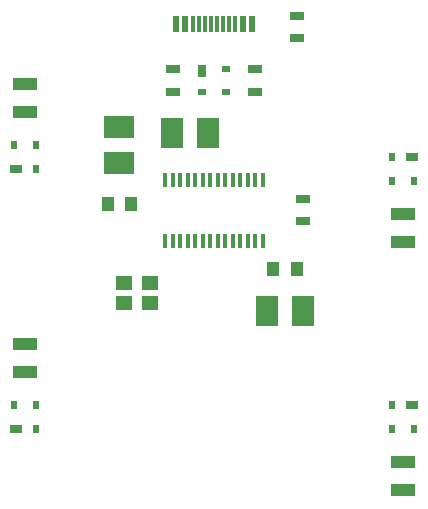
<source format=gtp>
G04 #@! TF.GenerationSoftware,KiCad,Pcbnew,(5.0.2)-1*
G04 #@! TF.CreationDate,2019-03-25T02:21:11-07:00*
G04 #@! TF.ProjectId,Orion,4f72696f-6e2e-46b6-9963-61645f706362,rev?*
G04 #@! TF.SameCoordinates,Original*
G04 #@! TF.FileFunction,Paste,Top*
G04 #@! TF.FilePolarity,Positive*
%FSLAX46Y46*%
G04 Gerber Fmt 4.6, Leading zero omitted, Abs format (unit mm)*
G04 Created by KiCad (PCBNEW (5.0.2)-1) date 3/25/2019 2:21:11 AM*
%MOMM*%
%LPD*%
G01*
G04 APERTURE LIST*
%ADD10R,1.950000X2.500000*%
%ADD11R,1.000000X1.250000*%
%ADD12R,2.500000X1.950000*%
%ADD13R,1.300000X0.700000*%
%ADD14R,0.400000X1.200000*%
%ADD15R,0.300000X1.450000*%
%ADD16R,0.600000X1.450000*%
%ADD17R,1.400000X1.200000*%
%ADD18R,0.700000X0.600000*%
%ADD19R,0.700000X1.000000*%
%ADD20R,2.030000X1.140000*%
%ADD21R,0.600000X0.700000*%
%ADD22R,1.000000X0.700000*%
G04 APERTURE END LIST*
D10*
G04 #@! TO.C,C1*
X84475000Y-72000000D03*
X87525000Y-72000000D03*
G04 #@! TD*
G04 #@! TO.C,C2*
X76475000Y-57000000D03*
X79525000Y-57000000D03*
G04 #@! TD*
D11*
G04 #@! TO.C,C3*
X71000000Y-63000000D03*
X73000000Y-63000000D03*
G04 #@! TD*
G04 #@! TO.C,C4*
X85000000Y-68500000D03*
X87000000Y-68500000D03*
G04 #@! TD*
D12*
G04 #@! TO.C,C5*
X72000000Y-56475000D03*
X72000000Y-59525000D03*
G04 #@! TD*
D13*
G04 #@! TO.C,R1*
X87500000Y-62550000D03*
X87500000Y-64450000D03*
G04 #@! TD*
G04 #@! TO.C,R2*
X76500000Y-53450000D03*
X76500000Y-51550000D03*
G04 #@! TD*
G04 #@! TO.C,R3*
X83500000Y-51550000D03*
X83500000Y-53450000D03*
G04 #@! TD*
D14*
G04 #@! TO.C,U1*
X75872500Y-60900000D03*
X76507500Y-60900000D03*
X77142500Y-60900000D03*
X77777500Y-60900000D03*
X78412500Y-60900000D03*
X79047500Y-60900000D03*
X79682500Y-60900000D03*
X80317500Y-60900000D03*
X80952500Y-60900000D03*
X81587500Y-60900000D03*
X82222500Y-60900000D03*
X82857500Y-60900000D03*
X83492500Y-60900000D03*
X84127500Y-60900000D03*
X84127500Y-66100000D03*
X83492500Y-66100000D03*
X82857500Y-66100000D03*
X82222500Y-66100000D03*
X81587500Y-66100000D03*
X80952500Y-66100000D03*
X80317500Y-66100000D03*
X79682500Y-66100000D03*
X79047500Y-66100000D03*
X78412500Y-66100000D03*
X77777500Y-66100000D03*
X77142500Y-66100000D03*
X76507500Y-66100000D03*
X75872500Y-66100000D03*
G04 #@! TD*
D15*
G04 #@! TO.C,USB1*
X80250000Y-47695000D03*
X79750000Y-47695000D03*
X79250000Y-47695000D03*
X80750000Y-47695000D03*
X78750000Y-47695000D03*
X81250000Y-47695000D03*
X78250000Y-47695000D03*
X81750000Y-47695000D03*
D16*
X82450000Y-47695000D03*
X77550000Y-47695000D03*
X83225000Y-47695000D03*
X76775000Y-47695000D03*
G04 #@! TD*
D17*
G04 #@! TO.C,Y1*
X74600000Y-71350000D03*
X72400000Y-71350000D03*
X72400000Y-69650000D03*
X74600000Y-69650000D03*
G04 #@! TD*
D18*
G04 #@! TO.C,U2*
X81000000Y-53450000D03*
X79000000Y-53450000D03*
X81000000Y-51550000D03*
D19*
X79000000Y-51750000D03*
G04 #@! TD*
D20*
G04 #@! TO.C,F1*
X96000000Y-66200000D03*
X96000000Y-63800000D03*
G04 #@! TD*
G04 #@! TO.C,F2*
X96000000Y-84800000D03*
X96000000Y-87200000D03*
G04 #@! TD*
G04 #@! TO.C,F3*
X64000000Y-74800000D03*
X64000000Y-77200000D03*
G04 #@! TD*
G04 #@! TO.C,F4*
X64000000Y-55200000D03*
X64000000Y-52800000D03*
G04 #@! TD*
D13*
G04 #@! TO.C,R4*
X87000000Y-47050000D03*
X87000000Y-48950000D03*
G04 #@! TD*
D21*
G04 #@! TO.C,U3*
X95050000Y-61000000D03*
X95050000Y-59000000D03*
X96950000Y-61000000D03*
D22*
X96750000Y-59000000D03*
G04 #@! TD*
D21*
G04 #@! TO.C,U4*
X64950000Y-80000000D03*
X64950000Y-82000000D03*
X63050000Y-80000000D03*
D22*
X63250000Y-82000000D03*
G04 #@! TD*
G04 #@! TO.C,U5*
X96750000Y-80000000D03*
D21*
X96950000Y-82000000D03*
X95050000Y-80000000D03*
X95050000Y-82000000D03*
G04 #@! TD*
D22*
G04 #@! TO.C,U6*
X63250000Y-60000000D03*
D21*
X63050000Y-58000000D03*
X64950000Y-60000000D03*
X64950000Y-58000000D03*
G04 #@! TD*
M02*

</source>
